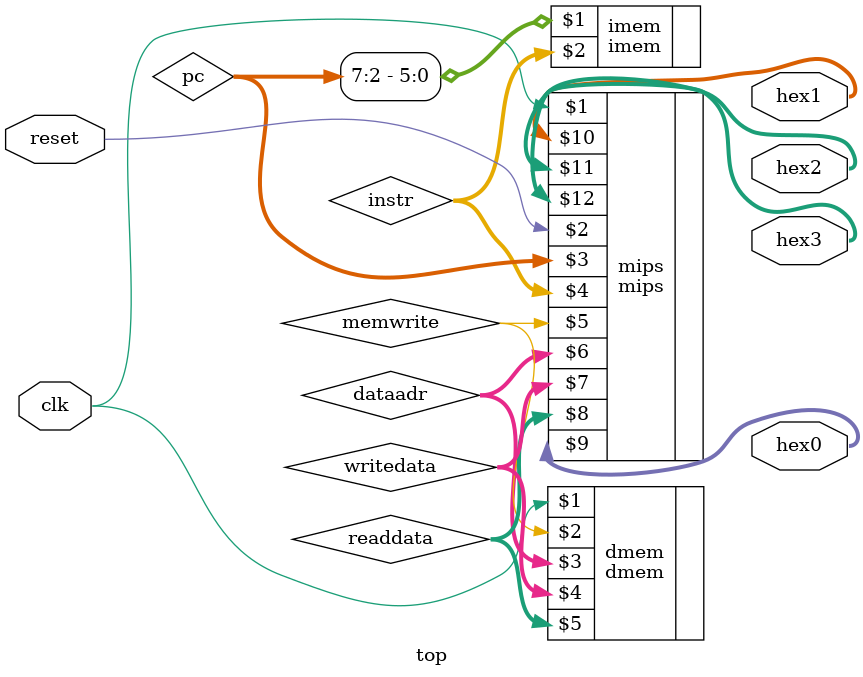
<source format=sv>
module top(input	logic				clk,reset,
				output logic[6:0]		hex0,hex1,hex2,hex3);
				
	logic[31:0]	pc,instr,readdata,writedata,dataadr;
	logic memwrite;
	
	// instantiate processor and memories
	mips mips(clk,reset,pc,instr,memwrite,dataadr,writedata,readdata,hex0,hex1,hex2,hex3);
	imem imem(pc[7:2],instr);
	dmem dmem(clk,memwrite,dataadr,writedata,readdata);
	
	endmodule
</source>
